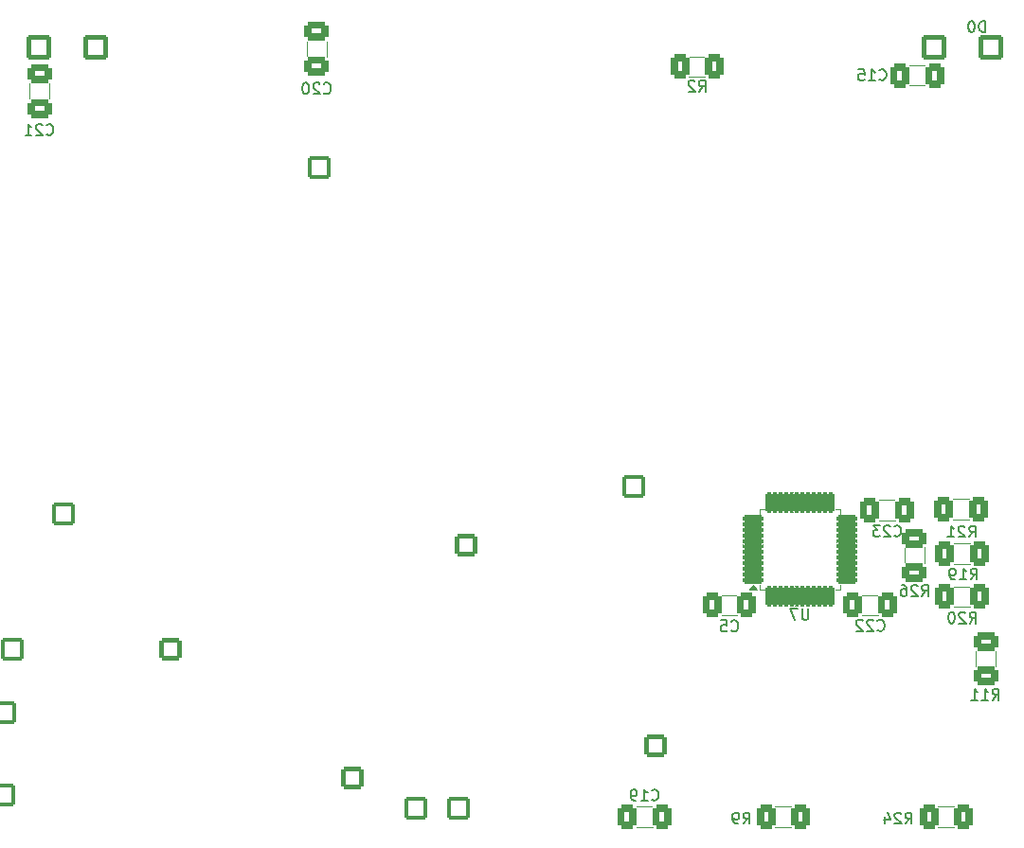
<source format=gbo>
G04 #@! TF.GenerationSoftware,KiCad,Pcbnew,8.0.6*
G04 #@! TF.CreationDate,2025-01-13T14:26:01-08:00*
G04 #@! TF.ProjectId,rezq_rev2,72657a71-5f72-4657-9632-2e6b69636164,rev?*
G04 #@! TF.SameCoordinates,Original*
G04 #@! TF.FileFunction,Legend,Bot*
G04 #@! TF.FilePolarity,Positive*
%FSLAX46Y46*%
G04 Gerber Fmt 4.6, Leading zero omitted, Abs format (unit mm)*
G04 Created by KiCad (PCBNEW 8.0.6) date 2025-01-13 14:26:01*
%MOMM*%
%LPD*%
G01*
G04 APERTURE LIST*
G04 Aperture macros list*
%AMRoundRect*
0 Rectangle with rounded corners*
0 $1 Rounding radius*
0 $2 $3 $4 $5 $6 $7 $8 $9 X,Y pos of 4 corners*
0 Add a 4 corners polygon primitive as box body*
4,1,4,$2,$3,$4,$5,$6,$7,$8,$9,$2,$3,0*
0 Add four circle primitives for the rounded corners*
1,1,$1+$1,$2,$3*
1,1,$1+$1,$4,$5*
1,1,$1+$1,$6,$7*
1,1,$1+$1,$8,$9*
0 Add four rect primitives between the rounded corners*
20,1,$1+$1,$2,$3,$4,$5,0*
20,1,$1+$1,$4,$5,$6,$7,0*
20,1,$1+$1,$6,$7,$8,$9,0*
20,1,$1+$1,$8,$9,$2,$3,0*%
G04 Aperture macros list end*
%ADD10C,0.150000*%
%ADD11C,0.120000*%
%ADD12RoundRect,0.200000X-0.850000X-0.850000X0.850000X-0.850000X0.850000X0.850000X-0.850000X0.850000X0*%
%ADD13C,2.600000*%
%ADD14C,2.584400*%
%ADD15C,3.400000*%
%ADD16RoundRect,0.200000X0.850000X0.850000X-0.850000X0.850000X-0.850000X-0.850000X0.850000X-0.850000X0*%
%ADD17O,2.100000X2.100000*%
%ADD18RoundRect,0.200000X1.272792X0.000000X0.000000X1.272792X-1.272792X0.000000X0.000000X-1.272792X0*%
%ADD19C,2.200000*%
%ADD20RoundRect,0.200000X0.000000X1.272792X-1.272792X0.000000X0.000000X-1.272792X1.272792X0.000000X0*%
%ADD21RoundRect,0.200000X0.900000X0.900000X-0.900000X0.900000X-0.900000X-0.900000X0.900000X-0.900000X0*%
%ADD22RoundRect,0.200000X-0.800000X0.800000X-0.800000X-0.800000X0.800000X-0.800000X0.800000X0.800000X0*%
%ADD23C,2.000000*%
%ADD24RoundRect,0.200000X0.800000X-0.800000X0.800000X0.800000X-0.800000X0.800000X-0.800000X-0.800000X0*%
%ADD25O,2.000000X2.000000*%
%ADD26RoundRect,0.325471X-0.774529X0.537029X-0.774529X-0.537029X0.774529X-0.537029X0.774529X0.537029X0*%
%ADD27RoundRect,0.326924X0.523076X0.748076X-0.523076X0.748076X-0.523076X-0.748076X0.523076X-0.748076X0*%
%ADD28RoundRect,0.326924X-0.523076X-0.748076X0.523076X-0.748076X0.523076X0.748076X-0.523076X0.748076X0*%
%ADD29RoundRect,0.175000X-0.762500X-0.175000X0.762500X-0.175000X0.762500X0.175000X-0.762500X0.175000X0*%
%ADD30RoundRect,0.175000X-0.175000X-0.762500X0.175000X-0.762500X0.175000X0.762500X-0.175000X0.762500X0*%
%ADD31RoundRect,0.325471X-0.537029X-0.774529X0.537029X-0.774529X0.537029X0.774529X-0.537029X0.774529X0*%
%ADD32RoundRect,0.326924X0.748076X-0.523076X0.748076X0.523076X-0.748076X0.523076X-0.748076X-0.523076X0*%
%ADD33RoundRect,0.325471X0.537029X0.774529X-0.537029X0.774529X-0.537029X-0.774529X0.537029X-0.774529X0*%
%ADD34RoundRect,0.326924X-0.748076X0.523076X-0.748076X-0.523076X0.748076X-0.523076X0.748076X0.523076X0*%
G04 APERTURE END LIST*
D10*
X242791694Y-116984019D02*
X242791694Y-115984019D01*
X242791694Y-115984019D02*
X242553599Y-115984019D01*
X242553599Y-115984019D02*
X242410742Y-116031638D01*
X242410742Y-116031638D02*
X242315504Y-116126876D01*
X242315504Y-116126876D02*
X242267885Y-116222114D01*
X242267885Y-116222114D02*
X242220266Y-116412590D01*
X242220266Y-116412590D02*
X242220266Y-116555447D01*
X242220266Y-116555447D02*
X242267885Y-116745923D01*
X242267885Y-116745923D02*
X242315504Y-116841161D01*
X242315504Y-116841161D02*
X242410742Y-116936400D01*
X242410742Y-116936400D02*
X242553599Y-116984019D01*
X242553599Y-116984019D02*
X242791694Y-116984019D01*
X241601218Y-115984019D02*
X241505980Y-115984019D01*
X241505980Y-115984019D02*
X241410742Y-116031638D01*
X241410742Y-116031638D02*
X241363123Y-116079257D01*
X241363123Y-116079257D02*
X241315504Y-116174495D01*
X241315504Y-116174495D02*
X241267885Y-116364971D01*
X241267885Y-116364971D02*
X241267885Y-116603066D01*
X241267885Y-116603066D02*
X241315504Y-116793542D01*
X241315504Y-116793542D02*
X241363123Y-116888780D01*
X241363123Y-116888780D02*
X241410742Y-116936400D01*
X241410742Y-116936400D02*
X241505980Y-116984019D01*
X241505980Y-116984019D02*
X241601218Y-116984019D01*
X241601218Y-116984019D02*
X241696456Y-116936400D01*
X241696456Y-116936400D02*
X241744075Y-116888780D01*
X241744075Y-116888780D02*
X241791694Y-116793542D01*
X241791694Y-116793542D02*
X241839313Y-116603066D01*
X241839313Y-116603066D02*
X241839313Y-116364971D01*
X241839313Y-116364971D02*
X241791694Y-116174495D01*
X241791694Y-116174495D02*
X241744075Y-116079257D01*
X241744075Y-116079257D02*
X241696456Y-116031638D01*
X241696456Y-116031638D02*
X241601218Y-115984019D01*
X158892857Y-126109580D02*
X158940476Y-126157200D01*
X158940476Y-126157200D02*
X159083333Y-126204819D01*
X159083333Y-126204819D02*
X159178571Y-126204819D01*
X159178571Y-126204819D02*
X159321428Y-126157200D01*
X159321428Y-126157200D02*
X159416666Y-126061961D01*
X159416666Y-126061961D02*
X159464285Y-125966723D01*
X159464285Y-125966723D02*
X159511904Y-125776247D01*
X159511904Y-125776247D02*
X159511904Y-125633390D01*
X159511904Y-125633390D02*
X159464285Y-125442914D01*
X159464285Y-125442914D02*
X159416666Y-125347676D01*
X159416666Y-125347676D02*
X159321428Y-125252438D01*
X159321428Y-125252438D02*
X159178571Y-125204819D01*
X159178571Y-125204819D02*
X159083333Y-125204819D01*
X159083333Y-125204819D02*
X158940476Y-125252438D01*
X158940476Y-125252438D02*
X158892857Y-125300057D01*
X158511904Y-125300057D02*
X158464285Y-125252438D01*
X158464285Y-125252438D02*
X158369047Y-125204819D01*
X158369047Y-125204819D02*
X158130952Y-125204819D01*
X158130952Y-125204819D02*
X158035714Y-125252438D01*
X158035714Y-125252438D02*
X157988095Y-125300057D01*
X157988095Y-125300057D02*
X157940476Y-125395295D01*
X157940476Y-125395295D02*
X157940476Y-125490533D01*
X157940476Y-125490533D02*
X157988095Y-125633390D01*
X157988095Y-125633390D02*
X158559523Y-126204819D01*
X158559523Y-126204819D02*
X157940476Y-126204819D01*
X156988095Y-126204819D02*
X157559523Y-126204819D01*
X157273809Y-126204819D02*
X157273809Y-125204819D01*
X157273809Y-125204819D02*
X157369047Y-125347676D01*
X157369047Y-125347676D02*
X157464285Y-125442914D01*
X157464285Y-125442914D02*
X157559523Y-125490533D01*
X241485657Y-165955619D02*
X241818990Y-165479428D01*
X242057085Y-165955619D02*
X242057085Y-164955619D01*
X242057085Y-164955619D02*
X241676133Y-164955619D01*
X241676133Y-164955619D02*
X241580895Y-165003238D01*
X241580895Y-165003238D02*
X241533276Y-165050857D01*
X241533276Y-165050857D02*
X241485657Y-165146095D01*
X241485657Y-165146095D02*
X241485657Y-165288952D01*
X241485657Y-165288952D02*
X241533276Y-165384190D01*
X241533276Y-165384190D02*
X241580895Y-165431809D01*
X241580895Y-165431809D02*
X241676133Y-165479428D01*
X241676133Y-165479428D02*
X242057085Y-165479428D01*
X240533276Y-165955619D02*
X241104704Y-165955619D01*
X240818990Y-165955619D02*
X240818990Y-164955619D01*
X240818990Y-164955619D02*
X240914228Y-165098476D01*
X240914228Y-165098476D02*
X241009466Y-165193714D01*
X241009466Y-165193714D02*
X241104704Y-165241333D01*
X240057085Y-165955619D02*
X239866609Y-165955619D01*
X239866609Y-165955619D02*
X239771371Y-165908000D01*
X239771371Y-165908000D02*
X239723752Y-165860380D01*
X239723752Y-165860380D02*
X239628514Y-165717523D01*
X239628514Y-165717523D02*
X239580895Y-165527047D01*
X239580895Y-165527047D02*
X239580895Y-165146095D01*
X239580895Y-165146095D02*
X239628514Y-165050857D01*
X239628514Y-165050857D02*
X239676133Y-165003238D01*
X239676133Y-165003238D02*
X239771371Y-164955619D01*
X239771371Y-164955619D02*
X239961847Y-164955619D01*
X239961847Y-164955619D02*
X240057085Y-165003238D01*
X240057085Y-165003238D02*
X240104704Y-165050857D01*
X240104704Y-165050857D02*
X240152323Y-165146095D01*
X240152323Y-165146095D02*
X240152323Y-165384190D01*
X240152323Y-165384190D02*
X240104704Y-165479428D01*
X240104704Y-165479428D02*
X240057085Y-165527047D01*
X240057085Y-165527047D02*
X239961847Y-165574666D01*
X239961847Y-165574666D02*
X239771371Y-165574666D01*
X239771371Y-165574666D02*
X239676133Y-165527047D01*
X239676133Y-165527047D02*
X239628514Y-165479428D01*
X239628514Y-165479428D02*
X239580895Y-165384190D01*
X241393057Y-169867219D02*
X241726390Y-169391028D01*
X241964485Y-169867219D02*
X241964485Y-168867219D01*
X241964485Y-168867219D02*
X241583533Y-168867219D01*
X241583533Y-168867219D02*
X241488295Y-168914838D01*
X241488295Y-168914838D02*
X241440676Y-168962457D01*
X241440676Y-168962457D02*
X241393057Y-169057695D01*
X241393057Y-169057695D02*
X241393057Y-169200552D01*
X241393057Y-169200552D02*
X241440676Y-169295790D01*
X241440676Y-169295790D02*
X241488295Y-169343409D01*
X241488295Y-169343409D02*
X241583533Y-169391028D01*
X241583533Y-169391028D02*
X241964485Y-169391028D01*
X241012104Y-168962457D02*
X240964485Y-168914838D01*
X240964485Y-168914838D02*
X240869247Y-168867219D01*
X240869247Y-168867219D02*
X240631152Y-168867219D01*
X240631152Y-168867219D02*
X240535914Y-168914838D01*
X240535914Y-168914838D02*
X240488295Y-168962457D01*
X240488295Y-168962457D02*
X240440676Y-169057695D01*
X240440676Y-169057695D02*
X240440676Y-169152933D01*
X240440676Y-169152933D02*
X240488295Y-169295790D01*
X240488295Y-169295790D02*
X241059723Y-169867219D01*
X241059723Y-169867219D02*
X240440676Y-169867219D01*
X239821628Y-168867219D02*
X239726390Y-168867219D01*
X239726390Y-168867219D02*
X239631152Y-168914838D01*
X239631152Y-168914838D02*
X239583533Y-168962457D01*
X239583533Y-168962457D02*
X239535914Y-169057695D01*
X239535914Y-169057695D02*
X239488295Y-169248171D01*
X239488295Y-169248171D02*
X239488295Y-169486266D01*
X239488295Y-169486266D02*
X239535914Y-169676742D01*
X239535914Y-169676742D02*
X239583533Y-169771980D01*
X239583533Y-169771980D02*
X239631152Y-169819600D01*
X239631152Y-169819600D02*
X239726390Y-169867219D01*
X239726390Y-169867219D02*
X239821628Y-169867219D01*
X239821628Y-169867219D02*
X239916866Y-169819600D01*
X239916866Y-169819600D02*
X239964485Y-169771980D01*
X239964485Y-169771980D02*
X240012104Y-169676742D01*
X240012104Y-169676742D02*
X240059723Y-169486266D01*
X240059723Y-169486266D02*
X240059723Y-169248171D01*
X240059723Y-169248171D02*
X240012104Y-169057695D01*
X240012104Y-169057695D02*
X239964485Y-168962457D01*
X239964485Y-168962457D02*
X239916866Y-168914838D01*
X239916866Y-168914838D02*
X239821628Y-168867219D01*
X221166666Y-187804819D02*
X221499999Y-187328628D01*
X221738094Y-187804819D02*
X221738094Y-186804819D01*
X221738094Y-186804819D02*
X221357142Y-186804819D01*
X221357142Y-186804819D02*
X221261904Y-186852438D01*
X221261904Y-186852438D02*
X221214285Y-186900057D01*
X221214285Y-186900057D02*
X221166666Y-186995295D01*
X221166666Y-186995295D02*
X221166666Y-187138152D01*
X221166666Y-187138152D02*
X221214285Y-187233390D01*
X221214285Y-187233390D02*
X221261904Y-187281009D01*
X221261904Y-187281009D02*
X221357142Y-187328628D01*
X221357142Y-187328628D02*
X221738094Y-187328628D01*
X220690475Y-187804819D02*
X220499999Y-187804819D01*
X220499999Y-187804819D02*
X220404761Y-187757200D01*
X220404761Y-187757200D02*
X220357142Y-187709580D01*
X220357142Y-187709580D02*
X220261904Y-187566723D01*
X220261904Y-187566723D02*
X220214285Y-187376247D01*
X220214285Y-187376247D02*
X220214285Y-186995295D01*
X220214285Y-186995295D02*
X220261904Y-186900057D01*
X220261904Y-186900057D02*
X220309523Y-186852438D01*
X220309523Y-186852438D02*
X220404761Y-186804819D01*
X220404761Y-186804819D02*
X220595237Y-186804819D01*
X220595237Y-186804819D02*
X220690475Y-186852438D01*
X220690475Y-186852438D02*
X220738094Y-186900057D01*
X220738094Y-186900057D02*
X220785713Y-186995295D01*
X220785713Y-186995295D02*
X220785713Y-187233390D01*
X220785713Y-187233390D02*
X220738094Y-187328628D01*
X220738094Y-187328628D02*
X220690475Y-187376247D01*
X220690475Y-187376247D02*
X220595237Y-187423866D01*
X220595237Y-187423866D02*
X220404761Y-187423866D01*
X220404761Y-187423866D02*
X220309523Y-187376247D01*
X220309523Y-187376247D02*
X220261904Y-187328628D01*
X220261904Y-187328628D02*
X220214285Y-187233390D01*
X226986904Y-168554819D02*
X226986904Y-169364342D01*
X226986904Y-169364342D02*
X226939285Y-169459580D01*
X226939285Y-169459580D02*
X226891666Y-169507200D01*
X226891666Y-169507200D02*
X226796428Y-169554819D01*
X226796428Y-169554819D02*
X226605952Y-169554819D01*
X226605952Y-169554819D02*
X226510714Y-169507200D01*
X226510714Y-169507200D02*
X226463095Y-169459580D01*
X226463095Y-169459580D02*
X226415476Y-169364342D01*
X226415476Y-169364342D02*
X226415476Y-168554819D01*
X226034523Y-168554819D02*
X225367857Y-168554819D01*
X225367857Y-168554819D02*
X225796428Y-169554819D01*
X235642857Y-187804819D02*
X235976190Y-187328628D01*
X236214285Y-187804819D02*
X236214285Y-186804819D01*
X236214285Y-186804819D02*
X235833333Y-186804819D01*
X235833333Y-186804819D02*
X235738095Y-186852438D01*
X235738095Y-186852438D02*
X235690476Y-186900057D01*
X235690476Y-186900057D02*
X235642857Y-186995295D01*
X235642857Y-186995295D02*
X235642857Y-187138152D01*
X235642857Y-187138152D02*
X235690476Y-187233390D01*
X235690476Y-187233390D02*
X235738095Y-187281009D01*
X235738095Y-187281009D02*
X235833333Y-187328628D01*
X235833333Y-187328628D02*
X236214285Y-187328628D01*
X235261904Y-186900057D02*
X235214285Y-186852438D01*
X235214285Y-186852438D02*
X235119047Y-186804819D01*
X235119047Y-186804819D02*
X234880952Y-186804819D01*
X234880952Y-186804819D02*
X234785714Y-186852438D01*
X234785714Y-186852438D02*
X234738095Y-186900057D01*
X234738095Y-186900057D02*
X234690476Y-186995295D01*
X234690476Y-186995295D02*
X234690476Y-187090533D01*
X234690476Y-187090533D02*
X234738095Y-187233390D01*
X234738095Y-187233390D02*
X235309523Y-187804819D01*
X235309523Y-187804819D02*
X234690476Y-187804819D01*
X233833333Y-187138152D02*
X233833333Y-187804819D01*
X234071428Y-186757200D02*
X234309523Y-187471485D01*
X234309523Y-187471485D02*
X233690476Y-187471485D01*
X233167857Y-170459580D02*
X233215476Y-170507200D01*
X233215476Y-170507200D02*
X233358333Y-170554819D01*
X233358333Y-170554819D02*
X233453571Y-170554819D01*
X233453571Y-170554819D02*
X233596428Y-170507200D01*
X233596428Y-170507200D02*
X233691666Y-170411961D01*
X233691666Y-170411961D02*
X233739285Y-170316723D01*
X233739285Y-170316723D02*
X233786904Y-170126247D01*
X233786904Y-170126247D02*
X233786904Y-169983390D01*
X233786904Y-169983390D02*
X233739285Y-169792914D01*
X233739285Y-169792914D02*
X233691666Y-169697676D01*
X233691666Y-169697676D02*
X233596428Y-169602438D01*
X233596428Y-169602438D02*
X233453571Y-169554819D01*
X233453571Y-169554819D02*
X233358333Y-169554819D01*
X233358333Y-169554819D02*
X233215476Y-169602438D01*
X233215476Y-169602438D02*
X233167857Y-169650057D01*
X232786904Y-169650057D02*
X232739285Y-169602438D01*
X232739285Y-169602438D02*
X232644047Y-169554819D01*
X232644047Y-169554819D02*
X232405952Y-169554819D01*
X232405952Y-169554819D02*
X232310714Y-169602438D01*
X232310714Y-169602438D02*
X232263095Y-169650057D01*
X232263095Y-169650057D02*
X232215476Y-169745295D01*
X232215476Y-169745295D02*
X232215476Y-169840533D01*
X232215476Y-169840533D02*
X232263095Y-169983390D01*
X232263095Y-169983390D02*
X232834523Y-170554819D01*
X232834523Y-170554819D02*
X232215476Y-170554819D01*
X231834523Y-169650057D02*
X231786904Y-169602438D01*
X231786904Y-169602438D02*
X231691666Y-169554819D01*
X231691666Y-169554819D02*
X231453571Y-169554819D01*
X231453571Y-169554819D02*
X231358333Y-169602438D01*
X231358333Y-169602438D02*
X231310714Y-169650057D01*
X231310714Y-169650057D02*
X231263095Y-169745295D01*
X231263095Y-169745295D02*
X231263095Y-169840533D01*
X231263095Y-169840533D02*
X231310714Y-169983390D01*
X231310714Y-169983390D02*
X231882142Y-170554819D01*
X231882142Y-170554819D02*
X231263095Y-170554819D01*
X243441457Y-176728619D02*
X243774790Y-176252428D01*
X244012885Y-176728619D02*
X244012885Y-175728619D01*
X244012885Y-175728619D02*
X243631933Y-175728619D01*
X243631933Y-175728619D02*
X243536695Y-175776238D01*
X243536695Y-175776238D02*
X243489076Y-175823857D01*
X243489076Y-175823857D02*
X243441457Y-175919095D01*
X243441457Y-175919095D02*
X243441457Y-176061952D01*
X243441457Y-176061952D02*
X243489076Y-176157190D01*
X243489076Y-176157190D02*
X243536695Y-176204809D01*
X243536695Y-176204809D02*
X243631933Y-176252428D01*
X243631933Y-176252428D02*
X244012885Y-176252428D01*
X242489076Y-176728619D02*
X243060504Y-176728619D01*
X242774790Y-176728619D02*
X242774790Y-175728619D01*
X242774790Y-175728619D02*
X242870028Y-175871476D01*
X242870028Y-175871476D02*
X242965266Y-175966714D01*
X242965266Y-175966714D02*
X243060504Y-176014333D01*
X241536695Y-176728619D02*
X242108123Y-176728619D01*
X241822409Y-176728619D02*
X241822409Y-175728619D01*
X241822409Y-175728619D02*
X241917647Y-175871476D01*
X241917647Y-175871476D02*
X242012885Y-175966714D01*
X242012885Y-175966714D02*
X242108123Y-176014333D01*
X241342257Y-162145619D02*
X241675590Y-161669428D01*
X241913685Y-162145619D02*
X241913685Y-161145619D01*
X241913685Y-161145619D02*
X241532733Y-161145619D01*
X241532733Y-161145619D02*
X241437495Y-161193238D01*
X241437495Y-161193238D02*
X241389876Y-161240857D01*
X241389876Y-161240857D02*
X241342257Y-161336095D01*
X241342257Y-161336095D02*
X241342257Y-161478952D01*
X241342257Y-161478952D02*
X241389876Y-161574190D01*
X241389876Y-161574190D02*
X241437495Y-161621809D01*
X241437495Y-161621809D02*
X241532733Y-161669428D01*
X241532733Y-161669428D02*
X241913685Y-161669428D01*
X240961304Y-161240857D02*
X240913685Y-161193238D01*
X240913685Y-161193238D02*
X240818447Y-161145619D01*
X240818447Y-161145619D02*
X240580352Y-161145619D01*
X240580352Y-161145619D02*
X240485114Y-161193238D01*
X240485114Y-161193238D02*
X240437495Y-161240857D01*
X240437495Y-161240857D02*
X240389876Y-161336095D01*
X240389876Y-161336095D02*
X240389876Y-161431333D01*
X240389876Y-161431333D02*
X240437495Y-161574190D01*
X240437495Y-161574190D02*
X241008923Y-162145619D01*
X241008923Y-162145619D02*
X240389876Y-162145619D01*
X239437495Y-162145619D02*
X240008923Y-162145619D01*
X239723209Y-162145619D02*
X239723209Y-161145619D01*
X239723209Y-161145619D02*
X239818447Y-161288476D01*
X239818447Y-161288476D02*
X239913685Y-161383714D01*
X239913685Y-161383714D02*
X240008923Y-161431333D01*
X234667857Y-162009580D02*
X234715476Y-162057200D01*
X234715476Y-162057200D02*
X234858333Y-162104819D01*
X234858333Y-162104819D02*
X234953571Y-162104819D01*
X234953571Y-162104819D02*
X235096428Y-162057200D01*
X235096428Y-162057200D02*
X235191666Y-161961961D01*
X235191666Y-161961961D02*
X235239285Y-161866723D01*
X235239285Y-161866723D02*
X235286904Y-161676247D01*
X235286904Y-161676247D02*
X235286904Y-161533390D01*
X235286904Y-161533390D02*
X235239285Y-161342914D01*
X235239285Y-161342914D02*
X235191666Y-161247676D01*
X235191666Y-161247676D02*
X235096428Y-161152438D01*
X235096428Y-161152438D02*
X234953571Y-161104819D01*
X234953571Y-161104819D02*
X234858333Y-161104819D01*
X234858333Y-161104819D02*
X234715476Y-161152438D01*
X234715476Y-161152438D02*
X234667857Y-161200057D01*
X234286904Y-161200057D02*
X234239285Y-161152438D01*
X234239285Y-161152438D02*
X234144047Y-161104819D01*
X234144047Y-161104819D02*
X233905952Y-161104819D01*
X233905952Y-161104819D02*
X233810714Y-161152438D01*
X233810714Y-161152438D02*
X233763095Y-161200057D01*
X233763095Y-161200057D02*
X233715476Y-161295295D01*
X233715476Y-161295295D02*
X233715476Y-161390533D01*
X233715476Y-161390533D02*
X233763095Y-161533390D01*
X233763095Y-161533390D02*
X234334523Y-162104819D01*
X234334523Y-162104819D02*
X233715476Y-162104819D01*
X233382142Y-161104819D02*
X232763095Y-161104819D01*
X232763095Y-161104819D02*
X233096428Y-161485771D01*
X233096428Y-161485771D02*
X232953571Y-161485771D01*
X232953571Y-161485771D02*
X232858333Y-161533390D01*
X232858333Y-161533390D02*
X232810714Y-161581009D01*
X232810714Y-161581009D02*
X232763095Y-161676247D01*
X232763095Y-161676247D02*
X232763095Y-161914342D01*
X232763095Y-161914342D02*
X232810714Y-162009580D01*
X232810714Y-162009580D02*
X232858333Y-162057200D01*
X232858333Y-162057200D02*
X232953571Y-162104819D01*
X232953571Y-162104819D02*
X233239285Y-162104819D01*
X233239285Y-162104819D02*
X233334523Y-162057200D01*
X233334523Y-162057200D02*
X233382142Y-162009580D01*
X220091666Y-170509580D02*
X220139285Y-170557200D01*
X220139285Y-170557200D02*
X220282142Y-170604819D01*
X220282142Y-170604819D02*
X220377380Y-170604819D01*
X220377380Y-170604819D02*
X220520237Y-170557200D01*
X220520237Y-170557200D02*
X220615475Y-170461961D01*
X220615475Y-170461961D02*
X220663094Y-170366723D01*
X220663094Y-170366723D02*
X220710713Y-170176247D01*
X220710713Y-170176247D02*
X220710713Y-170033390D01*
X220710713Y-170033390D02*
X220663094Y-169842914D01*
X220663094Y-169842914D02*
X220615475Y-169747676D01*
X220615475Y-169747676D02*
X220520237Y-169652438D01*
X220520237Y-169652438D02*
X220377380Y-169604819D01*
X220377380Y-169604819D02*
X220282142Y-169604819D01*
X220282142Y-169604819D02*
X220139285Y-169652438D01*
X220139285Y-169652438D02*
X220091666Y-169700057D01*
X219186904Y-169604819D02*
X219663094Y-169604819D01*
X219663094Y-169604819D02*
X219710713Y-170081009D01*
X219710713Y-170081009D02*
X219663094Y-170033390D01*
X219663094Y-170033390D02*
X219567856Y-169985771D01*
X219567856Y-169985771D02*
X219329761Y-169985771D01*
X219329761Y-169985771D02*
X219234523Y-170033390D01*
X219234523Y-170033390D02*
X219186904Y-170081009D01*
X219186904Y-170081009D02*
X219139285Y-170176247D01*
X219139285Y-170176247D02*
X219139285Y-170414342D01*
X219139285Y-170414342D02*
X219186904Y-170509580D01*
X219186904Y-170509580D02*
X219234523Y-170557200D01*
X219234523Y-170557200D02*
X219329761Y-170604819D01*
X219329761Y-170604819D02*
X219567856Y-170604819D01*
X219567856Y-170604819D02*
X219663094Y-170557200D01*
X219663094Y-170557200D02*
X219710713Y-170509580D01*
X237116857Y-167428819D02*
X237450190Y-166952628D01*
X237688285Y-167428819D02*
X237688285Y-166428819D01*
X237688285Y-166428819D02*
X237307333Y-166428819D01*
X237307333Y-166428819D02*
X237212095Y-166476438D01*
X237212095Y-166476438D02*
X237164476Y-166524057D01*
X237164476Y-166524057D02*
X237116857Y-166619295D01*
X237116857Y-166619295D02*
X237116857Y-166762152D01*
X237116857Y-166762152D02*
X237164476Y-166857390D01*
X237164476Y-166857390D02*
X237212095Y-166905009D01*
X237212095Y-166905009D02*
X237307333Y-166952628D01*
X237307333Y-166952628D02*
X237688285Y-166952628D01*
X236735904Y-166524057D02*
X236688285Y-166476438D01*
X236688285Y-166476438D02*
X236593047Y-166428819D01*
X236593047Y-166428819D02*
X236354952Y-166428819D01*
X236354952Y-166428819D02*
X236259714Y-166476438D01*
X236259714Y-166476438D02*
X236212095Y-166524057D01*
X236212095Y-166524057D02*
X236164476Y-166619295D01*
X236164476Y-166619295D02*
X236164476Y-166714533D01*
X236164476Y-166714533D02*
X236212095Y-166857390D01*
X236212095Y-166857390D02*
X236783523Y-167428819D01*
X236783523Y-167428819D02*
X236164476Y-167428819D01*
X235307333Y-166428819D02*
X235497809Y-166428819D01*
X235497809Y-166428819D02*
X235593047Y-166476438D01*
X235593047Y-166476438D02*
X235640666Y-166524057D01*
X235640666Y-166524057D02*
X235735904Y-166666914D01*
X235735904Y-166666914D02*
X235783523Y-166857390D01*
X235783523Y-166857390D02*
X235783523Y-167238342D01*
X235783523Y-167238342D02*
X235735904Y-167333580D01*
X235735904Y-167333580D02*
X235688285Y-167381200D01*
X235688285Y-167381200D02*
X235593047Y-167428819D01*
X235593047Y-167428819D02*
X235402571Y-167428819D01*
X235402571Y-167428819D02*
X235307333Y-167381200D01*
X235307333Y-167381200D02*
X235259714Y-167333580D01*
X235259714Y-167333580D02*
X235212095Y-167238342D01*
X235212095Y-167238342D02*
X235212095Y-167000247D01*
X235212095Y-167000247D02*
X235259714Y-166905009D01*
X235259714Y-166905009D02*
X235307333Y-166857390D01*
X235307333Y-166857390D02*
X235402571Y-166809771D01*
X235402571Y-166809771D02*
X235593047Y-166809771D01*
X235593047Y-166809771D02*
X235688285Y-166857390D01*
X235688285Y-166857390D02*
X235735904Y-166905009D01*
X235735904Y-166905009D02*
X235783523Y-167000247D01*
X183675857Y-122418980D02*
X183723476Y-122466600D01*
X183723476Y-122466600D02*
X183866333Y-122514219D01*
X183866333Y-122514219D02*
X183961571Y-122514219D01*
X183961571Y-122514219D02*
X184104428Y-122466600D01*
X184104428Y-122466600D02*
X184199666Y-122371361D01*
X184199666Y-122371361D02*
X184247285Y-122276123D01*
X184247285Y-122276123D02*
X184294904Y-122085647D01*
X184294904Y-122085647D02*
X184294904Y-121942790D01*
X184294904Y-121942790D02*
X184247285Y-121752314D01*
X184247285Y-121752314D02*
X184199666Y-121657076D01*
X184199666Y-121657076D02*
X184104428Y-121561838D01*
X184104428Y-121561838D02*
X183961571Y-121514219D01*
X183961571Y-121514219D02*
X183866333Y-121514219D01*
X183866333Y-121514219D02*
X183723476Y-121561838D01*
X183723476Y-121561838D02*
X183675857Y-121609457D01*
X183294904Y-121609457D02*
X183247285Y-121561838D01*
X183247285Y-121561838D02*
X183152047Y-121514219D01*
X183152047Y-121514219D02*
X182913952Y-121514219D01*
X182913952Y-121514219D02*
X182818714Y-121561838D01*
X182818714Y-121561838D02*
X182771095Y-121609457D01*
X182771095Y-121609457D02*
X182723476Y-121704695D01*
X182723476Y-121704695D02*
X182723476Y-121799933D01*
X182723476Y-121799933D02*
X182771095Y-121942790D01*
X182771095Y-121942790D02*
X183342523Y-122514219D01*
X183342523Y-122514219D02*
X182723476Y-122514219D01*
X182104428Y-121514219D02*
X182009190Y-121514219D01*
X182009190Y-121514219D02*
X181913952Y-121561838D01*
X181913952Y-121561838D02*
X181866333Y-121609457D01*
X181866333Y-121609457D02*
X181818714Y-121704695D01*
X181818714Y-121704695D02*
X181771095Y-121895171D01*
X181771095Y-121895171D02*
X181771095Y-122133266D01*
X181771095Y-122133266D02*
X181818714Y-122323742D01*
X181818714Y-122323742D02*
X181866333Y-122418980D01*
X181866333Y-122418980D02*
X181913952Y-122466600D01*
X181913952Y-122466600D02*
X182009190Y-122514219D01*
X182009190Y-122514219D02*
X182104428Y-122514219D01*
X182104428Y-122514219D02*
X182199666Y-122466600D01*
X182199666Y-122466600D02*
X182247285Y-122418980D01*
X182247285Y-122418980D02*
X182294904Y-122323742D01*
X182294904Y-122323742D02*
X182342523Y-122133266D01*
X182342523Y-122133266D02*
X182342523Y-121895171D01*
X182342523Y-121895171D02*
X182294904Y-121704695D01*
X182294904Y-121704695D02*
X182247285Y-121609457D01*
X182247285Y-121609457D02*
X182199666Y-121561838D01*
X182199666Y-121561838D02*
X182104428Y-121514219D01*
X212986857Y-185621580D02*
X213034476Y-185669200D01*
X213034476Y-185669200D02*
X213177333Y-185716819D01*
X213177333Y-185716819D02*
X213272571Y-185716819D01*
X213272571Y-185716819D02*
X213415428Y-185669200D01*
X213415428Y-185669200D02*
X213510666Y-185573961D01*
X213510666Y-185573961D02*
X213558285Y-185478723D01*
X213558285Y-185478723D02*
X213605904Y-185288247D01*
X213605904Y-185288247D02*
X213605904Y-185145390D01*
X213605904Y-185145390D02*
X213558285Y-184954914D01*
X213558285Y-184954914D02*
X213510666Y-184859676D01*
X213510666Y-184859676D02*
X213415428Y-184764438D01*
X213415428Y-184764438D02*
X213272571Y-184716819D01*
X213272571Y-184716819D02*
X213177333Y-184716819D01*
X213177333Y-184716819D02*
X213034476Y-184764438D01*
X213034476Y-184764438D02*
X212986857Y-184812057D01*
X212034476Y-185716819D02*
X212605904Y-185716819D01*
X212320190Y-185716819D02*
X212320190Y-184716819D01*
X212320190Y-184716819D02*
X212415428Y-184859676D01*
X212415428Y-184859676D02*
X212510666Y-184954914D01*
X212510666Y-184954914D02*
X212605904Y-185002533D01*
X211558285Y-185716819D02*
X211367809Y-185716819D01*
X211367809Y-185716819D02*
X211272571Y-185669200D01*
X211272571Y-185669200D02*
X211224952Y-185621580D01*
X211224952Y-185621580D02*
X211129714Y-185478723D01*
X211129714Y-185478723D02*
X211082095Y-185288247D01*
X211082095Y-185288247D02*
X211082095Y-184907295D01*
X211082095Y-184907295D02*
X211129714Y-184812057D01*
X211129714Y-184812057D02*
X211177333Y-184764438D01*
X211177333Y-184764438D02*
X211272571Y-184716819D01*
X211272571Y-184716819D02*
X211463047Y-184716819D01*
X211463047Y-184716819D02*
X211558285Y-184764438D01*
X211558285Y-184764438D02*
X211605904Y-184812057D01*
X211605904Y-184812057D02*
X211653523Y-184907295D01*
X211653523Y-184907295D02*
X211653523Y-185145390D01*
X211653523Y-185145390D02*
X211605904Y-185240628D01*
X211605904Y-185240628D02*
X211558285Y-185288247D01*
X211558285Y-185288247D02*
X211463047Y-185335866D01*
X211463047Y-185335866D02*
X211272571Y-185335866D01*
X211272571Y-185335866D02*
X211177333Y-185288247D01*
X211177333Y-185288247D02*
X211129714Y-185240628D01*
X211129714Y-185240628D02*
X211082095Y-185145390D01*
X217206966Y-122299419D02*
X217540299Y-121823228D01*
X217778394Y-122299419D02*
X217778394Y-121299419D01*
X217778394Y-121299419D02*
X217397442Y-121299419D01*
X217397442Y-121299419D02*
X217302204Y-121347038D01*
X217302204Y-121347038D02*
X217254585Y-121394657D01*
X217254585Y-121394657D02*
X217206966Y-121489895D01*
X217206966Y-121489895D02*
X217206966Y-121632752D01*
X217206966Y-121632752D02*
X217254585Y-121727990D01*
X217254585Y-121727990D02*
X217302204Y-121775609D01*
X217302204Y-121775609D02*
X217397442Y-121823228D01*
X217397442Y-121823228D02*
X217778394Y-121823228D01*
X216826013Y-121394657D02*
X216778394Y-121347038D01*
X216778394Y-121347038D02*
X216683156Y-121299419D01*
X216683156Y-121299419D02*
X216445061Y-121299419D01*
X216445061Y-121299419D02*
X216349823Y-121347038D01*
X216349823Y-121347038D02*
X216302204Y-121394657D01*
X216302204Y-121394657D02*
X216254585Y-121489895D01*
X216254585Y-121489895D02*
X216254585Y-121585133D01*
X216254585Y-121585133D02*
X216302204Y-121727990D01*
X216302204Y-121727990D02*
X216873632Y-122299419D01*
X216873632Y-122299419D02*
X216254585Y-122299419D01*
X233328857Y-121206780D02*
X233376476Y-121254400D01*
X233376476Y-121254400D02*
X233519333Y-121302019D01*
X233519333Y-121302019D02*
X233614571Y-121302019D01*
X233614571Y-121302019D02*
X233757428Y-121254400D01*
X233757428Y-121254400D02*
X233852666Y-121159161D01*
X233852666Y-121159161D02*
X233900285Y-121063923D01*
X233900285Y-121063923D02*
X233947904Y-120873447D01*
X233947904Y-120873447D02*
X233947904Y-120730590D01*
X233947904Y-120730590D02*
X233900285Y-120540114D01*
X233900285Y-120540114D02*
X233852666Y-120444876D01*
X233852666Y-120444876D02*
X233757428Y-120349638D01*
X233757428Y-120349638D02*
X233614571Y-120302019D01*
X233614571Y-120302019D02*
X233519333Y-120302019D01*
X233519333Y-120302019D02*
X233376476Y-120349638D01*
X233376476Y-120349638D02*
X233328857Y-120397257D01*
X232376476Y-121302019D02*
X232947904Y-121302019D01*
X232662190Y-121302019D02*
X232662190Y-120302019D01*
X232662190Y-120302019D02*
X232757428Y-120444876D01*
X232757428Y-120444876D02*
X232852666Y-120540114D01*
X232852666Y-120540114D02*
X232947904Y-120587733D01*
X231471714Y-120302019D02*
X231947904Y-120302019D01*
X231947904Y-120302019D02*
X231995523Y-120778209D01*
X231995523Y-120778209D02*
X231947904Y-120730590D01*
X231947904Y-120730590D02*
X231852666Y-120682971D01*
X231852666Y-120682971D02*
X231614571Y-120682971D01*
X231614571Y-120682971D02*
X231519333Y-120730590D01*
X231519333Y-120730590D02*
X231471714Y-120778209D01*
X231471714Y-120778209D02*
X231424095Y-120873447D01*
X231424095Y-120873447D02*
X231424095Y-121111542D01*
X231424095Y-121111542D02*
X231471714Y-121206780D01*
X231471714Y-121206780D02*
X231519333Y-121254400D01*
X231519333Y-121254400D02*
X231614571Y-121302019D01*
X231614571Y-121302019D02*
X231852666Y-121302019D01*
X231852666Y-121302019D02*
X231947904Y-121254400D01*
X231947904Y-121254400D02*
X231995523Y-121206780D01*
D11*
X157340000Y-122961252D02*
X157340000Y-121538748D01*
X159160000Y-122961252D02*
X159160000Y-121538748D01*
X239963336Y-162711200D02*
X241417464Y-162711200D01*
X239963336Y-164531200D02*
X241417464Y-164531200D01*
X239972336Y-166572000D02*
X241426464Y-166572000D01*
X239972336Y-168392000D02*
X241426464Y-168392000D01*
X225478264Y-186282400D02*
X224024136Y-186282400D01*
X225478264Y-188102400D02*
X224024136Y-188102400D01*
X222615000Y-159640000D02*
X223065000Y-159640000D01*
X222615000Y-160090000D02*
X222615000Y-159640000D01*
X222615000Y-166410000D02*
X222615000Y-166860000D01*
X222615000Y-166860000D02*
X223065000Y-166860000D01*
X229835000Y-159640000D02*
X229385000Y-159640000D01*
X229835000Y-160090000D02*
X229835000Y-159640000D01*
X229835000Y-166410000D02*
X229835000Y-166860000D01*
X229835000Y-166860000D02*
X229385000Y-166860000D01*
X222365000Y-166880000D02*
X221685000Y-166880000D01*
X222025000Y-166410000D01*
X222365000Y-166880000D01*
G36*
X222365000Y-166880000D02*
G01*
X221685000Y-166880000D01*
X222025000Y-166410000D01*
X222365000Y-166880000D01*
G37*
X240041864Y-186282400D02*
X238587736Y-186282400D01*
X240041864Y-188102400D02*
X238587736Y-188102400D01*
X233236252Y-167340000D02*
X231813748Y-167340000D01*
X233236252Y-169160000D02*
X231813748Y-169160000D01*
X241939400Y-172320936D02*
X241939400Y-173775064D01*
X243759400Y-172320936D02*
X243759400Y-173775064D01*
X239921536Y-158748800D02*
X241375664Y-158748800D01*
X239921536Y-160568800D02*
X241375664Y-160568800D01*
X234736252Y-158840000D02*
X233313748Y-158840000D01*
X234736252Y-160660000D02*
X233313748Y-160660000D01*
X219213748Y-167340000D02*
X220636252Y-167340000D01*
X219213748Y-169160000D02*
X220636252Y-169160000D01*
X235564000Y-164526064D02*
X235564000Y-163071936D01*
X237384000Y-164526064D02*
X237384000Y-163071936D01*
X182123000Y-119214652D02*
X182123001Y-117792148D01*
X183942999Y-119214652D02*
X183943000Y-117792148D01*
X211632748Y-186257000D02*
X213055252Y-186257000D01*
X211632748Y-188077000D02*
X213055252Y-188077000D01*
X216313236Y-119156600D02*
X217767364Y-119156600D01*
X216313236Y-120976600D02*
X217767364Y-120976600D01*
X236038748Y-119937200D02*
X237461252Y-119937200D01*
X236038748Y-121757200D02*
X237461252Y-121757200D01*
%LPC*%
D12*
X195700000Y-186420000D03*
D13*
X195635300Y-192100000D03*
D14*
X172387600Y-133299200D03*
X172387600Y-151299200D03*
D15*
X161438000Y-185554000D03*
X161438000Y-180728000D03*
X161438000Y-175902000D03*
D16*
X155088000Y-185204000D03*
D17*
X155088000Y-182664000D03*
D18*
X213360000Y-110363000D03*
D19*
X211563949Y-108566949D03*
D20*
X184183000Y-112290000D03*
D19*
X182386949Y-114086051D03*
D13*
X204120000Y-105290000D03*
D12*
X155140000Y-177850000D03*
X191860000Y-186420000D03*
D21*
X158233600Y-118307200D03*
D19*
X155693600Y-118307200D03*
D12*
X211360000Y-157590000D03*
D22*
X186203000Y-183736621D03*
D23*
X186203000Y-186236621D03*
D13*
X196246000Y-105290000D03*
X203509300Y-192100000D03*
D24*
X213325000Y-180850000D03*
D25*
X215865000Y-180850000D03*
X218405000Y-180850000D03*
X220945000Y-180850000D03*
X223485000Y-180850000D03*
X226025000Y-180850000D03*
X228565000Y-180850000D03*
X231105000Y-180850000D03*
X231105000Y-173230000D03*
X228565000Y-173230000D03*
X226025000Y-173230000D03*
X223485000Y-173230000D03*
X220945000Y-173230000D03*
X218405000Y-173230000D03*
X215865000Y-173230000D03*
X213325000Y-173230000D03*
D24*
X169998000Y-172194000D03*
D23*
X169998000Y-169694000D03*
D21*
X243323600Y-118307200D03*
D19*
X240783600Y-118307200D03*
D20*
X187775102Y-108697897D03*
D19*
X185979051Y-110493948D03*
D24*
X196400000Y-162900000D03*
D23*
X196400000Y-158900000D03*
D16*
X155803600Y-172186600D03*
D17*
X155803600Y-169646600D03*
X155803600Y-167106600D03*
X155803600Y-164566600D03*
X155803600Y-162026600D03*
D14*
X226725100Y-151299200D03*
X226725100Y-133299200D03*
D12*
X183300000Y-129130000D03*
D21*
X238243600Y-118307200D03*
D19*
X235703600Y-118307200D03*
D18*
X216875888Y-113878889D03*
D19*
X215079837Y-112082838D03*
D21*
X163313600Y-118307200D03*
D19*
X160773600Y-118307200D03*
D12*
X160430000Y-160120000D03*
D26*
X158250000Y-120687500D03*
X158250000Y-123812500D03*
D27*
X242240400Y-163621200D03*
X239140400Y-163621200D03*
X242249400Y-167482000D03*
X239149400Y-167482000D03*
D28*
X223201200Y-187192400D03*
X226301200Y-187192400D03*
D29*
X222062500Y-166000000D03*
X222062500Y-165500000D03*
X222062500Y-165000000D03*
X222062500Y-164500000D03*
X222062500Y-164000000D03*
X222062500Y-163500000D03*
X222062500Y-163000000D03*
X222062500Y-162500000D03*
X222062500Y-162000000D03*
X222062500Y-161500000D03*
X222062500Y-161000000D03*
X222062500Y-160500000D03*
D30*
X223475000Y-159087500D03*
X223975000Y-159087500D03*
X224475000Y-159087500D03*
X224975000Y-159087500D03*
X225475000Y-159087500D03*
X225975000Y-159087500D03*
X226475000Y-159087500D03*
X226975000Y-159087500D03*
X227475000Y-159087500D03*
X227975000Y-159087500D03*
X228475000Y-159087500D03*
X228975000Y-159087500D03*
D29*
X230387500Y-160500000D03*
X230387500Y-161000000D03*
X230387500Y-161500000D03*
X230387500Y-162000000D03*
X230387500Y-162500000D03*
X230387500Y-163000000D03*
X230387500Y-163500000D03*
X230387500Y-164000000D03*
X230387500Y-164500000D03*
X230387500Y-165000000D03*
X230387500Y-165500000D03*
X230387500Y-166000000D03*
D30*
X228975000Y-167412500D03*
X228475000Y-167412500D03*
X227975000Y-167412500D03*
X227475000Y-167412500D03*
X226975000Y-167412500D03*
X226475000Y-167412500D03*
X225975000Y-167412500D03*
X225475000Y-167412500D03*
X224975000Y-167412500D03*
X224475000Y-167412500D03*
X223975000Y-167412500D03*
X223475000Y-167412500D03*
D28*
X237764800Y-187192400D03*
X240864800Y-187192400D03*
D31*
X230962500Y-168250000D03*
X234087500Y-168250000D03*
D32*
X242849400Y-174598000D03*
X242849400Y-171498000D03*
D27*
X242198600Y-159658800D03*
X239098600Y-159658800D03*
D31*
X232462500Y-159750000D03*
X235587500Y-159750000D03*
D33*
X221487500Y-168250000D03*
X218362500Y-168250000D03*
D34*
X236474000Y-162249000D03*
X236474000Y-165349000D03*
D26*
X183033000Y-116940900D03*
X183033000Y-120065900D03*
D33*
X213906500Y-187167000D03*
X210781500Y-187167000D03*
D27*
X218590300Y-120066600D03*
X215490300Y-120066600D03*
D33*
X238312500Y-120847200D03*
X235187500Y-120847200D03*
%LPD*%
M02*

</source>
